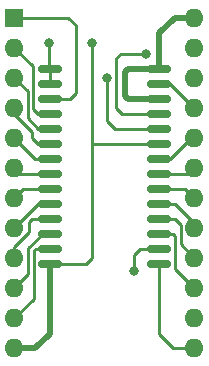
<source format=gbr>
%TF.GenerationSoftware,KiCad,Pcbnew,8.0.3*%
%TF.CreationDate,2024-06-20T11:34:12+01:00*%
%TF.ProjectId,FM16W08-3458A-AdaptorV1.0,464d3136-5730-4382-9d33-343538412d41,rev?*%
%TF.SameCoordinates,Original*%
%TF.FileFunction,Copper,L1,Top*%
%TF.FilePolarity,Positive*%
%FSLAX46Y46*%
G04 Gerber Fmt 4.6, Leading zero omitted, Abs format (unit mm)*
G04 Created by KiCad (PCBNEW 8.0.3) date 2024-06-20 11:34:12*
%MOMM*%
%LPD*%
G01*
G04 APERTURE LIST*
G04 Aperture macros list*
%AMRoundRect*
0 Rectangle with rounded corners*
0 $1 Rounding radius*
0 $2 $3 $4 $5 $6 $7 $8 $9 X,Y pos of 4 corners*
0 Add a 4 corners polygon primitive as box body*
4,1,4,$2,$3,$4,$5,$6,$7,$8,$9,$2,$3,0*
0 Add four circle primitives for the rounded corners*
1,1,$1+$1,$2,$3*
1,1,$1+$1,$4,$5*
1,1,$1+$1,$6,$7*
1,1,$1+$1,$8,$9*
0 Add four rect primitives between the rounded corners*
20,1,$1+$1,$2,$3,$4,$5,0*
20,1,$1+$1,$4,$5,$6,$7,0*
20,1,$1+$1,$6,$7,$8,$9,0*
20,1,$1+$1,$8,$9,$2,$3,0*%
G04 Aperture macros list end*
%TA.AperFunction,ComponentPad*%
%ADD10R,1.600000X1.600000*%
%TD*%
%TA.AperFunction,ComponentPad*%
%ADD11O,1.600000X1.600000*%
%TD*%
%TA.AperFunction,SMDPad,CuDef*%
%ADD12RoundRect,0.150000X-0.875000X-0.150000X0.875000X-0.150000X0.875000X0.150000X-0.875000X0.150000X0*%
%TD*%
%TA.AperFunction,ViaPad*%
%ADD13C,0.800000*%
%TD*%
%TA.AperFunction,Conductor*%
%ADD14C,0.250000*%
%TD*%
%TA.AperFunction,Conductor*%
%ADD15C,0.508000*%
%TD*%
G04 APERTURE END LIST*
D10*
%TO.P,SOCKET1,1*%
%TO.N,Net-(U1-A7)*%
X140716000Y-82296000D03*
D11*
%TO.P,SOCKET1,2*%
%TO.N,Net-(U1-A6)*%
X140716000Y-84836000D03*
%TO.P,SOCKET1,3*%
%TO.N,Net-(U1-A5)*%
X140716000Y-87376000D03*
%TO.P,SOCKET1,4*%
%TO.N,Net-(U1-A4)*%
X140716000Y-89916000D03*
%TO.P,SOCKET1,5*%
%TO.N,Net-(U1-A3)*%
X140716000Y-92456000D03*
%TO.P,SOCKET1,6*%
%TO.N,Net-(U1-A2)*%
X140716000Y-94996000D03*
%TO.P,SOCKET1,7*%
%TO.N,Net-(U1-A1)*%
X140716000Y-97536000D03*
%TO.P,SOCKET1,8*%
%TO.N,Net-(U1-A0)*%
X140716000Y-100076000D03*
%TO.P,SOCKET1,9*%
%TO.N,Net-(U1-DQ0)*%
X140716000Y-102616000D03*
%TO.P,SOCKET1,10*%
%TO.N,Net-(U1-DQ1)*%
X140716000Y-105156000D03*
%TO.P,SOCKET1,11*%
%TO.N,Net-(U1-DQ2)*%
X140716000Y-107696000D03*
%TO.P,SOCKET1,12*%
%TO.N,Net-(U1-A11)*%
X140716000Y-110236000D03*
%TO.P,SOCKET1,13*%
%TO.N,Net-(U1-DQ3)*%
X155956000Y-110236000D03*
%TO.P,SOCKET1,14*%
%TO.N,Net-(U1-DQ4)*%
X155956000Y-107696000D03*
%TO.P,SOCKET1,15*%
%TO.N,Net-(U1-DQ5)*%
X155956000Y-105156000D03*
%TO.P,SOCKET1,16*%
%TO.N,Net-(U1-DQ6)*%
X155956000Y-102616000D03*
%TO.P,SOCKET1,17*%
%TO.N,Net-(U1-DQ7)*%
X155956000Y-100076000D03*
%TO.P,SOCKET1,18*%
%TO.N,Net-(U1-~{CE})*%
X155956000Y-97536000D03*
%TO.P,SOCKET1,19*%
%TO.N,Net-(U1-A10)*%
X155956000Y-94996000D03*
%TO.P,SOCKET1,20*%
%TO.N,Net-(U1-~{OE})*%
X155956000Y-92456000D03*
%TO.P,SOCKET1,21*%
%TO.N,Net-(U1-~{WE})*%
X155956000Y-89916000D03*
%TO.P,SOCKET1,22*%
%TO.N,Net-(U1-A9)*%
X155956000Y-87376000D03*
%TO.P,SOCKET1,23*%
%TO.N,Net-(U1-A8)*%
X155956000Y-84836000D03*
%TO.P,SOCKET1,24*%
%TO.N,Net-(U1-VDD)*%
X155956000Y-82296000D03*
%TD*%
D12*
%TO.P,U1,1,NC*%
%TO.N,Net-(U1-A11)*%
X143686000Y-86614000D03*
%TO.P,U1,2,A12*%
X143686000Y-87884000D03*
%TO.P,U1,3,A7*%
%TO.N,Net-(U1-A7)*%
X143686000Y-89154000D03*
%TO.P,U1,4,A6*%
%TO.N,Net-(U1-A6)*%
X143686000Y-90424000D03*
%TO.P,U1,5,A5*%
%TO.N,Net-(U1-A5)*%
X143686000Y-91694000D03*
%TO.P,U1,6,A4*%
%TO.N,Net-(U1-A4)*%
X143686000Y-92964000D03*
%TO.P,U1,7,A3*%
%TO.N,Net-(U1-A3)*%
X143686000Y-94234000D03*
%TO.P,U1,8,A2*%
%TO.N,Net-(U1-A2)*%
X143686000Y-95504000D03*
%TO.P,U1,9,A1*%
%TO.N,Net-(U1-A1)*%
X143686000Y-96774000D03*
%TO.P,U1,10,A0*%
%TO.N,Net-(U1-A0)*%
X143686000Y-98044000D03*
%TO.P,U1,11,DQ0*%
%TO.N,Net-(U1-DQ0)*%
X143686000Y-99314000D03*
%TO.P,U1,12,DQ1*%
%TO.N,Net-(U1-DQ1)*%
X143686000Y-100584000D03*
%TO.P,U1,13,DQ2*%
%TO.N,Net-(U1-DQ2)*%
X143686000Y-101854000D03*
%TO.P,U1,14,VSS*%
%TO.N,Net-(U1-A11)*%
X143686000Y-103124000D03*
%TO.P,U1,15,DQ3*%
%TO.N,Net-(U1-DQ3)*%
X152986000Y-103124000D03*
%TO.P,U1,16,DQ4*%
%TO.N,Net-(U1-DQ4)*%
X152986000Y-101854000D03*
%TO.P,U1,17,DQ5*%
%TO.N,Net-(U1-DQ5)*%
X152986000Y-100584000D03*
%TO.P,U1,18,DQ6*%
%TO.N,Net-(U1-DQ6)*%
X152986000Y-99314000D03*
%TO.P,U1,19,DQ7*%
%TO.N,Net-(U1-DQ7)*%
X152986000Y-98044000D03*
%TO.P,U1,20,~{CE}*%
%TO.N,Net-(U1-~{CE})*%
X152986000Y-96774000D03*
%TO.P,U1,21,A10*%
%TO.N,Net-(U1-A10)*%
X152986000Y-95504000D03*
%TO.P,U1,22,~{OE}*%
%TO.N,Net-(U1-~{OE})*%
X152986000Y-94234000D03*
%TO.P,U1,23,A11*%
%TO.N,Net-(U1-A11)*%
X152986000Y-92964000D03*
%TO.P,U1,24,A9*%
%TO.N,Net-(U1-A9)*%
X152986000Y-91694000D03*
%TO.P,U1,25,A8*%
%TO.N,Net-(U1-A8)*%
X152986000Y-90424000D03*
%TO.P,U1,26,NC*%
%TO.N,Net-(U1-VDD)*%
X152986000Y-89154000D03*
%TO.P,U1,27,~{WE}*%
%TO.N,Net-(U1-~{WE})*%
X152986000Y-87884000D03*
%TO.P,U1,28,VDD*%
%TO.N,Net-(U1-VDD)*%
X152986000Y-86614000D03*
%TD*%
D13*
%TO.N,Net-(U1-A11)*%
X143637000Y-84455000D03*
X147320000Y-84455000D03*
%TO.N,Net-(U1-DQ4)*%
X150876000Y-103758994D03*
%TO.N,Net-(U1-A9)*%
X148590000Y-87376000D03*
%TO.N,Net-(U1-A8)*%
X151892000Y-85344000D03*
%TD*%
D14*
%TO.N,Net-(U1-A11)*%
X147320000Y-102616000D02*
X146812000Y-103124000D01*
D15*
X143686000Y-109044000D02*
X142494000Y-110236000D01*
D14*
X147320000Y-92964000D02*
X147320000Y-84455000D01*
X152986000Y-92964000D02*
X147320000Y-92964000D01*
X147320000Y-92964000D02*
X147320000Y-102616000D01*
X143686000Y-86614000D02*
X143637000Y-86565000D01*
D15*
X142494000Y-110236000D02*
X140716000Y-110236000D01*
D14*
X143686000Y-87884000D02*
X143686000Y-86614000D01*
X143637000Y-86565000D02*
X143637000Y-84455000D01*
D15*
X143686000Y-103124000D02*
X143686000Y-109044000D01*
D14*
X146812000Y-103124000D02*
X143686000Y-103124000D01*
%TO.N,Net-(U1-A7)*%
X145288000Y-82296000D02*
X140716000Y-82296000D01*
X145415000Y-89154000D02*
X145923000Y-88646000D01*
X145923000Y-82931000D02*
X145288000Y-82296000D01*
X143686000Y-89154000D02*
X145415000Y-89154000D01*
X145923000Y-88646000D02*
X145923000Y-82931000D01*
%TO.N,Net-(U1-A6)*%
X142291000Y-86411000D02*
X140716000Y-84836000D01*
X142685198Y-90424000D02*
X142291000Y-90029802D01*
X142291000Y-90029802D02*
X142291000Y-86411000D01*
X143686000Y-90424000D02*
X142685198Y-90424000D01*
%TO.N,Net-(U1-A5)*%
X141841000Y-88501000D02*
X140716000Y-87376000D01*
X142748000Y-91694000D02*
X141841000Y-90787000D01*
X143686000Y-91694000D02*
X142748000Y-91694000D01*
X141841000Y-90787000D02*
X141841000Y-88501000D01*
%TO.N,Net-(U1-A4)*%
X143686000Y-92964000D02*
X142748000Y-92964000D01*
X142240000Y-91948000D02*
X140716000Y-90424000D01*
X140716000Y-90424000D02*
X140716000Y-89916000D01*
X142748000Y-92964000D02*
X142240000Y-92456000D01*
X142240000Y-92456000D02*
X142240000Y-91948000D01*
%TO.N,Net-(U1-A3)*%
X143686000Y-94234000D02*
X142494000Y-94234000D01*
X142494000Y-94234000D02*
X140716000Y-92456000D01*
%TO.N,Net-(U1-A2)*%
X143686000Y-95504000D02*
X141224000Y-95504000D01*
X141224000Y-95504000D02*
X140716000Y-94996000D01*
%TO.N,Net-(U1-A1)*%
X141478000Y-96774000D02*
X140716000Y-97536000D01*
X143686000Y-96774000D02*
X141478000Y-96774000D01*
%TO.N,Net-(U1-A0)*%
X140716000Y-100076000D02*
X142748000Y-98044000D01*
X142748000Y-98044000D02*
X143686000Y-98044000D01*
%TO.N,Net-(U1-DQ0)*%
X140716000Y-101727000D02*
X140716000Y-102616000D01*
X141986000Y-99568000D02*
X141986000Y-100457000D01*
X142240000Y-99314000D02*
X141986000Y-99568000D01*
X143686000Y-99314000D02*
X142240000Y-99314000D01*
X141986000Y-100457000D02*
X140716000Y-101727000D01*
%TO.N,Net-(U1-DQ1)*%
X141886000Y-101825604D02*
X141886000Y-103986000D01*
X141886000Y-103986000D02*
X140716000Y-105156000D01*
X143127604Y-100584000D02*
X141886000Y-101825604D01*
X143686000Y-100584000D02*
X143127604Y-100584000D01*
%TO.N,Net-(U1-DQ2)*%
X142494000Y-101854000D02*
X142336000Y-102012000D01*
X143686000Y-101854000D02*
X142494000Y-101854000D01*
X142336000Y-106076000D02*
X140716000Y-107696000D01*
X142336000Y-102012000D02*
X142336000Y-106076000D01*
%TO.N,Net-(U1-DQ3)*%
X154178000Y-110236000D02*
X155956000Y-110236000D01*
X152986000Y-109044000D02*
X154178000Y-110236000D01*
X152986000Y-103124000D02*
X152986000Y-109044000D01*
%TO.N,Net-(U1-DQ4)*%
X150876000Y-102362000D02*
X150876000Y-103758994D01*
X151384000Y-101854000D02*
X150876000Y-102362000D01*
X152986000Y-101854000D02*
X151384000Y-101854000D01*
%TO.N,Net-(U1-DQ5)*%
X154336000Y-103536000D02*
X155956000Y-105156000D01*
X154336000Y-100742000D02*
X154336000Y-103536000D01*
X154178000Y-100584000D02*
X154336000Y-100742000D01*
X152986000Y-100584000D02*
X154178000Y-100584000D01*
%TO.N,Net-(U1-DQ6)*%
X152986000Y-99314000D02*
X154305000Y-99314000D01*
X154813000Y-99822000D02*
X154813000Y-101473000D01*
X154305000Y-99314000D02*
X154813000Y-99822000D01*
X154813000Y-101473000D02*
X155956000Y-102616000D01*
%TO.N,Net-(U1-DQ7)*%
X155956000Y-99695000D02*
X155956000Y-100076000D01*
X154305000Y-98044000D02*
X155956000Y-99695000D01*
X152986000Y-98044000D02*
X154305000Y-98044000D01*
%TO.N,Net-(U1-~{CE})*%
X152986000Y-96774000D02*
X155194000Y-96774000D01*
X155194000Y-96774000D02*
X155956000Y-97536000D01*
%TO.N,Net-(U1-A10)*%
X155448000Y-95504000D02*
X155956000Y-94996000D01*
X152986000Y-95504000D02*
X155448000Y-95504000D01*
%TO.N,Net-(U1-~{OE})*%
X155702000Y-92456000D02*
X155956000Y-92456000D01*
X153924000Y-94234000D02*
X155702000Y-92456000D01*
X152986000Y-94234000D02*
X153924000Y-94234000D01*
%TO.N,Net-(U1-A9)*%
X149225000Y-91694000D02*
X148590000Y-91059000D01*
X152986000Y-91694000D02*
X149225000Y-91694000D01*
X148590000Y-91059000D02*
X148590000Y-87376000D01*
%TO.N,Net-(U1-A8)*%
X149733000Y-85344000D02*
X151892000Y-85344000D01*
X149352000Y-89916000D02*
X149352000Y-85725000D01*
X149352000Y-85725000D02*
X149733000Y-85344000D01*
X152986000Y-90424000D02*
X149860000Y-90424000D01*
X149860000Y-90424000D02*
X149352000Y-89916000D01*
D15*
%TO.N,Net-(U1-VDD)*%
X150368000Y-86614000D02*
X150114000Y-86868000D01*
X152986000Y-86614000D02*
X152986000Y-83615000D01*
X150368000Y-89154000D02*
X152986000Y-89154000D01*
X150114000Y-86868000D02*
X150114000Y-88900000D01*
X152986000Y-83615000D02*
X154305000Y-82296000D01*
X152986000Y-86614000D02*
X150368000Y-86614000D01*
X150114000Y-88900000D02*
X150368000Y-89154000D01*
X154305000Y-82296000D02*
X155956000Y-82296000D01*
D14*
%TO.N,Net-(U1-~{WE})*%
X152986000Y-87884000D02*
X153924000Y-87884000D01*
X153924000Y-87884000D02*
X155956000Y-89916000D01*
%TD*%
M02*

</source>
